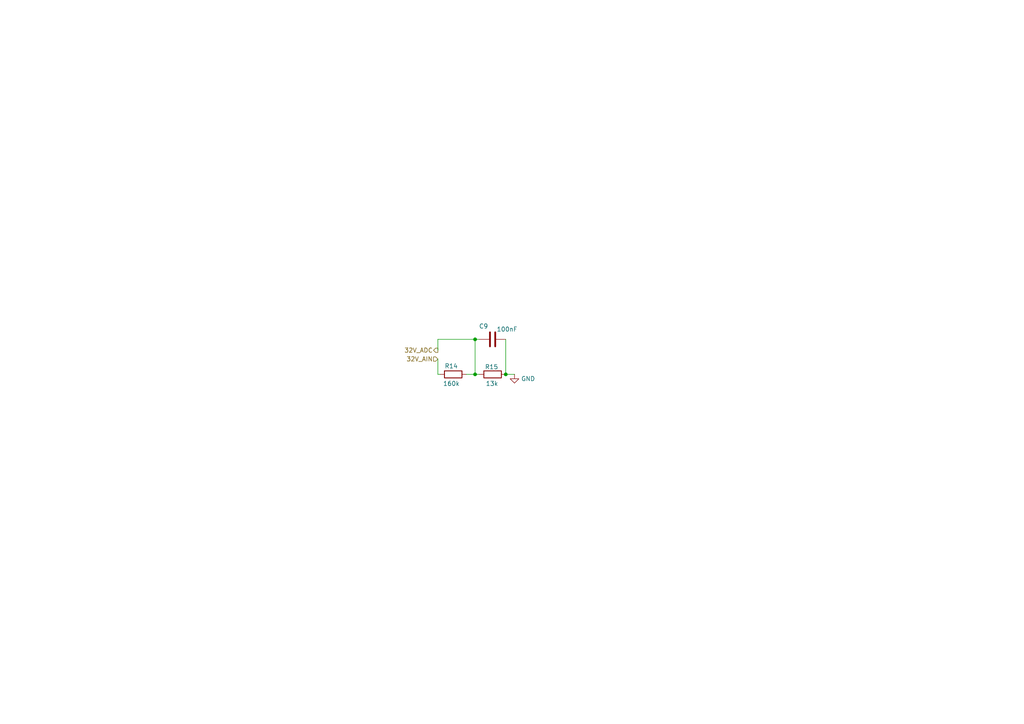
<source format=kicad_sch>
(kicad_sch
	(version 20250114)
	(generator "eeschema")
	(generator_version "9.0")
	(uuid "8061ec44-d203-4d1c-bffa-2cd26c925557")
	(paper "A4")
	(lib_symbols
		(symbol "Device:C"
			(pin_numbers
				(hide yes)
			)
			(pin_names
				(offset 0.254)
			)
			(exclude_from_sim no)
			(in_bom yes)
			(on_board yes)
			(property "Reference" "C"
				(at 0.635 2.54 0)
				(effects
					(font
						(size 1.27 1.27)
					)
					(justify left)
				)
			)
			(property "Value" "C"
				(at 0.635 -2.54 0)
				(effects
					(font
						(size 1.27 1.27)
					)
					(justify left)
				)
			)
			(property "Footprint" ""
				(at 0.9652 -3.81 0)
				(effects
					(font
						(size 1.27 1.27)
					)
					(hide yes)
				)
			)
			(property "Datasheet" "~"
				(at 0 0 0)
				(effects
					(font
						(size 1.27 1.27)
					)
					(hide yes)
				)
			)
			(property "Description" "Unpolarized capacitor"
				(at 0 0 0)
				(effects
					(font
						(size 1.27 1.27)
					)
					(hide yes)
				)
			)
			(property "ki_keywords" "cap capacitor"
				(at 0 0 0)
				(effects
					(font
						(size 1.27 1.27)
					)
					(hide yes)
				)
			)
			(property "ki_fp_filters" "C_*"
				(at 0 0 0)
				(effects
					(font
						(size 1.27 1.27)
					)
					(hide yes)
				)
			)
			(symbol "C_0_1"
				(polyline
					(pts
						(xy -2.032 0.762) (xy 2.032 0.762)
					)
					(stroke
						(width 0.508)
						(type default)
					)
					(fill
						(type none)
					)
				)
				(polyline
					(pts
						(xy -2.032 -0.762) (xy 2.032 -0.762)
					)
					(stroke
						(width 0.508)
						(type default)
					)
					(fill
						(type none)
					)
				)
			)
			(symbol "C_1_1"
				(pin passive line
					(at 0 3.81 270)
					(length 2.794)
					(name "~"
						(effects
							(font
								(size 1.27 1.27)
							)
						)
					)
					(number "1"
						(effects
							(font
								(size 1.27 1.27)
							)
						)
					)
				)
				(pin passive line
					(at 0 -3.81 90)
					(length 2.794)
					(name "~"
						(effects
							(font
								(size 1.27 1.27)
							)
						)
					)
					(number "2"
						(effects
							(font
								(size 1.27 1.27)
							)
						)
					)
				)
			)
			(embedded_fonts no)
		)
		(symbol "Device:R"
			(pin_numbers
				(hide yes)
			)
			(pin_names
				(offset 0)
			)
			(exclude_from_sim no)
			(in_bom yes)
			(on_board yes)
			(property "Reference" "R"
				(at 2.032 0 90)
				(effects
					(font
						(size 1.27 1.27)
					)
				)
			)
			(property "Value" "R"
				(at 0 0 90)
				(effects
					(font
						(size 1.27 1.27)
					)
				)
			)
			(property "Footprint" ""
				(at -1.778 0 90)
				(effects
					(font
						(size 1.27 1.27)
					)
					(hide yes)
				)
			)
			(property "Datasheet" "~"
				(at 0 0 0)
				(effects
					(font
						(size 1.27 1.27)
					)
					(hide yes)
				)
			)
			(property "Description" "Resistor"
				(at 0 0 0)
				(effects
					(font
						(size 1.27 1.27)
					)
					(hide yes)
				)
			)
			(property "ki_keywords" "R res resistor"
				(at 0 0 0)
				(effects
					(font
						(size 1.27 1.27)
					)
					(hide yes)
				)
			)
			(property "ki_fp_filters" "R_*"
				(at 0 0 0)
				(effects
					(font
						(size 1.27 1.27)
					)
					(hide yes)
				)
			)
			(symbol "R_0_1"
				(rectangle
					(start -1.016 -2.54)
					(end 1.016 2.54)
					(stroke
						(width 0.254)
						(type default)
					)
					(fill
						(type none)
					)
				)
			)
			(symbol "R_1_1"
				(pin passive line
					(at 0 3.81 270)
					(length 1.27)
					(name "~"
						(effects
							(font
								(size 1.27 1.27)
							)
						)
					)
					(number "1"
						(effects
							(font
								(size 1.27 1.27)
							)
						)
					)
				)
				(pin passive line
					(at 0 -3.81 90)
					(length 1.27)
					(name "~"
						(effects
							(font
								(size 1.27 1.27)
							)
						)
					)
					(number "2"
						(effects
							(font
								(size 1.27 1.27)
							)
						)
					)
				)
			)
			(embedded_fonts no)
		)
		(symbol "power:GND"
			(power)
			(pin_numbers
				(hide yes)
			)
			(pin_names
				(offset 0)
				(hide yes)
			)
			(exclude_from_sim no)
			(in_bom yes)
			(on_board yes)
			(property "Reference" "#PWR"
				(at 0 -6.35 0)
				(effects
					(font
						(size 1.27 1.27)
					)
					(hide yes)
				)
			)
			(property "Value" "GND"
				(at 0 -3.81 0)
				(effects
					(font
						(size 1.27 1.27)
					)
				)
			)
			(property "Footprint" ""
				(at 0 0 0)
				(effects
					(font
						(size 1.27 1.27)
					)
					(hide yes)
				)
			)
			(property "Datasheet" ""
				(at 0 0 0)
				(effects
					(font
						(size 1.27 1.27)
					)
					(hide yes)
				)
			)
			(property "Description" "Power symbol creates a global label with name \"GND\" , ground"
				(at 0 0 0)
				(effects
					(font
						(size 1.27 1.27)
					)
					(hide yes)
				)
			)
			(property "ki_keywords" "global power"
				(at 0 0 0)
				(effects
					(font
						(size 1.27 1.27)
					)
					(hide yes)
				)
			)
			(symbol "GND_0_1"
				(polyline
					(pts
						(xy 0 0) (xy 0 -1.27) (xy 1.27 -1.27) (xy 0 -2.54) (xy -1.27 -1.27) (xy 0 -1.27)
					)
					(stroke
						(width 0)
						(type default)
					)
					(fill
						(type none)
					)
				)
			)
			(symbol "GND_1_1"
				(pin power_in line
					(at 0 0 270)
					(length 0)
					(name "~"
						(effects
							(font
								(size 1.27 1.27)
							)
						)
					)
					(number "1"
						(effects
							(font
								(size 1.27 1.27)
							)
						)
					)
				)
			)
			(embedded_fonts no)
		)
	)
	(junction
		(at 137.795 108.585)
		(diameter 0)
		(color 0 0 0 0)
		(uuid "562ffa54-d449-416d-9879-e36e3f77dfa6")
	)
	(junction
		(at 146.685 108.585)
		(diameter 0)
		(color 0 0 0 0)
		(uuid "8c6dfa0c-511e-43a4-aa74-c2ad8aa814d2")
	)
	(junction
		(at 137.795 98.425)
		(diameter 0)
		(color 0 0 0 0)
		(uuid "fd3fa6ff-409d-44bc-a35c-cacd2adc46d6")
	)
	(wire
		(pts
			(xy 137.795 108.585) (xy 139.065 108.585)
		)
		(stroke
			(width 0)
			(type default)
		)
		(uuid "09dfcefb-a177-44e6-b2e0-ba9ca5194dce")
	)
	(wire
		(pts
			(xy 127 98.425) (xy 127 101.6)
		)
		(stroke
			(width 0)
			(type default)
		)
		(uuid "0c6a587d-647e-44c2-9778-689c7fa2dc7f")
	)
	(wire
		(pts
			(xy 146.685 108.585) (xy 149.225 108.585)
		)
		(stroke
			(width 0)
			(type default)
		)
		(uuid "30aa79f5-eef2-4580-8d1a-028b67113dfb")
	)
	(wire
		(pts
			(xy 135.255 108.585) (xy 137.795 108.585)
		)
		(stroke
			(width 0)
			(type default)
		)
		(uuid "36346d8f-607b-4a6d-bdc2-80dac512f159")
	)
	(wire
		(pts
			(xy 139.065 98.425) (xy 137.795 98.425)
		)
		(stroke
			(width 0)
			(type default)
		)
		(uuid "3fe5da52-f76b-4d84-9b1e-ad5653ab803e")
	)
	(wire
		(pts
			(xy 137.795 108.585) (xy 137.795 98.425)
		)
		(stroke
			(width 0)
			(type default)
		)
		(uuid "42d3a5d2-2851-410f-98d0-48e993429d96")
	)
	(wire
		(pts
			(xy 127 98.425) (xy 137.795 98.425)
		)
		(stroke
			(width 0)
			(type default)
		)
		(uuid "621e8691-37af-47c4-bc9f-8b0e9947bcdb")
	)
	(wire
		(pts
			(xy 127 108.585) (xy 127.635 108.585)
		)
		(stroke
			(width 0)
			(type default)
		)
		(uuid "7ba816b8-904f-4aed-8686-2fdd256adc58")
	)
	(wire
		(pts
			(xy 127 104.14) (xy 127 108.585)
		)
		(stroke
			(width 0)
			(type default)
		)
		(uuid "b6f73799-6fea-4f0d-9e55-10f13097b4aa")
	)
	(wire
		(pts
			(xy 146.685 108.585) (xy 146.685 98.425)
		)
		(stroke
			(width 0)
			(type default)
		)
		(uuid "ed366f48-a976-43e4-9442-2f197c9a32e6")
	)
	(hierarchical_label "32V_ADC"
		(shape output)
		(at 127 101.6 180)
		(effects
			(font
				(size 1.27 1.27)
			)
			(justify right)
		)
		(uuid "1f238f46-e54d-4d64-8f34-7283bebda459")
	)
	(hierarchical_label "32V_AIN"
		(shape input)
		(at 127 104.14 180)
		(effects
			(font
				(size 1.27 1.27)
			)
			(justify right)
		)
		(uuid "8498ce2b-84cf-447f-aa25-9bba7248daf0")
	)
	(symbol
		(lib_id "Device:R")
		(at 142.875 108.585 90)
		(unit 1)
		(exclude_from_sim no)
		(in_bom yes)
		(on_board yes)
		(dnp no)
		(uuid "50f9a81f-7aaf-4206-ab81-7a58f4bdd139")
		(property "Reference" "R15"
			(at 144.526 106.426 90)
			(effects
				(font
					(size 1.27 1.27)
				)
				(justify left)
			)
		)
		(property "Value" "13k"
			(at 144.526 111.252 90)
			(effects
				(font
					(size 1.27 1.27)
				)
				(justify left)
			)
		)
		(property "Footprint" ""
			(at 142.875 110.363 90)
			(effects
				(font
					(size 1.27 1.27)
				)
				(hide yes)
			)
		)
		(property "Datasheet" "~"
			(at 142.875 108.585 0)
			(effects
				(font
					(size 1.27 1.27)
				)
				(hide yes)
			)
		)
		(property "Description" "Resistor"
			(at 142.875 108.585 0)
			(effects
				(font
					(size 1.27 1.27)
				)
				(hide yes)
			)
		)
		(pin "1"
			(uuid "81e421c0-15bd-42be-bf84-ec836dd2943f")
		)
		(pin "2"
			(uuid "46012b1e-b9e0-4155-b870-61d4fa464ba4")
		)
		(instances
			(project "NIVARA"
				(path "/8290cc18-06d0-4e02-a781-29a61ebc321a/9e4d7a0c-a5eb-4e88-9036-0c35e68b279a/addf1e1e-f652-4279-8cba-01ccd2e4a395"
					(reference "R15")
					(unit 1)
				)
			)
		)
	)
	(symbol
		(lib_id "Device:C")
		(at 142.875 98.425 90)
		(unit 1)
		(exclude_from_sim no)
		(in_bom yes)
		(on_board yes)
		(dnp no)
		(uuid "c33bfa7b-4383-4d46-a754-7a3ff49e2ffe")
		(property "Reference" "C9"
			(at 141.6049 94.615 90)
			(effects
				(font
					(size 1.27 1.27)
				)
				(justify left)
			)
		)
		(property "Value" "100nF"
			(at 150.114 95.504 90)
			(effects
				(font
					(size 1.27 1.27)
				)
				(justify left)
			)
		)
		(property "Footprint" ""
			(at 146.685 97.4598 0)
			(effects
				(font
					(size 1.27 1.27)
				)
				(hide yes)
			)
		)
		(property "Datasheet" "~"
			(at 142.875 98.425 0)
			(effects
				(font
					(size 1.27 1.27)
				)
				(hide yes)
			)
		)
		(property "Description" "Unpolarized capacitor"
			(at 142.875 98.425 0)
			(effects
				(font
					(size 1.27 1.27)
				)
				(hide yes)
			)
		)
		(pin "2"
			(uuid "77dd6296-d843-4e4b-919a-07527a448ab4")
		)
		(pin "1"
			(uuid "087abdd6-ed69-4ee7-88d8-0ac3e998d9a6")
		)
		(instances
			(project "NIVARA"
				(path "/8290cc18-06d0-4e02-a781-29a61ebc321a/9e4d7a0c-a5eb-4e88-9036-0c35e68b279a/addf1e1e-f652-4279-8cba-01ccd2e4a395"
					(reference "C9")
					(unit 1)
				)
			)
		)
	)
	(symbol
		(lib_id "power:GND")
		(at 149.225 108.585 0)
		(unit 1)
		(exclude_from_sim no)
		(in_bom yes)
		(on_board yes)
		(dnp no)
		(fields_autoplaced yes)
		(uuid "d1d3f744-feb9-4d5c-a72c-75aca6c04e01")
		(property "Reference" "#PWR038"
			(at 149.225 114.935 0)
			(effects
				(font
					(size 1.27 1.27)
				)
				(hide yes)
			)
		)
		(property "Value" "GND"
			(at 151.13 109.8549 0)
			(effects
				(font
					(size 1.27 1.27)
				)
				(justify left)
			)
		)
		(property "Footprint" ""
			(at 149.225 108.585 0)
			(effects
				(font
					(size 1.27 1.27)
				)
				(hide yes)
			)
		)
		(property "Datasheet" ""
			(at 149.225 108.585 0)
			(effects
				(font
					(size 1.27 1.27)
				)
				(hide yes)
			)
		)
		(property "Description" "Power symbol creates a global label with name \"GND\" , ground"
			(at 149.225 108.585 0)
			(effects
				(font
					(size 1.27 1.27)
				)
				(hide yes)
			)
		)
		(pin "1"
			(uuid "1c8b088f-f467-49a7-ae8f-332d6f095026")
		)
		(instances
			(project "NIVARA"
				(path "/8290cc18-06d0-4e02-a781-29a61ebc321a/9e4d7a0c-a5eb-4e88-9036-0c35e68b279a/addf1e1e-f652-4279-8cba-01ccd2e4a395"
					(reference "#PWR038")
					(unit 1)
				)
			)
		)
	)
	(symbol
		(lib_id "Device:R")
		(at 131.445 108.585 90)
		(unit 1)
		(exclude_from_sim no)
		(in_bom yes)
		(on_board yes)
		(dnp no)
		(uuid "edd213ec-2e81-47e1-9190-a54ad7c2850d")
		(property "Reference" "R14"
			(at 132.842 106.172 90)
			(effects
				(font
					(size 1.27 1.27)
				)
				(justify left)
			)
		)
		(property "Value" "160k"
			(at 133.35 111.252 90)
			(effects
				(font
					(size 1.27 1.27)
				)
				(justify left)
			)
		)
		(property "Footprint" ""
			(at 131.445 110.363 90)
			(effects
				(font
					(size 1.27 1.27)
				)
				(hide yes)
			)
		)
		(property "Datasheet" "~"
			(at 131.445 108.585 0)
			(effects
				(font
					(size 1.27 1.27)
				)
				(hide yes)
			)
		)
		(property "Description" "Resistor"
			(at 131.445 108.585 0)
			(effects
				(font
					(size 1.27 1.27)
				)
				(hide yes)
			)
		)
		(pin "1"
			(uuid "8650b03b-87c3-4af6-ab6f-8f8b53a47bd4")
		)
		(pin "2"
			(uuid "c5c60dba-cf8c-4263-98ef-8d628c9eaf5b")
		)
		(instances
			(project "NIVARA"
				(path "/8290cc18-06d0-4e02-a781-29a61ebc321a/9e4d7a0c-a5eb-4e88-9036-0c35e68b279a/addf1e1e-f652-4279-8cba-01ccd2e4a395"
					(reference "R14")
					(unit 1)
				)
			)
		)
	)
)

</source>
